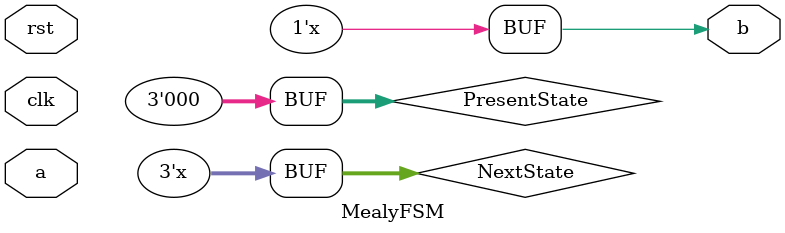
<source format=v>
/*This FSM is detects the pattern 11011*/

module MealyFSM(
	input a, 
	input rst,
	input clk,
	output reg b);

	parameter s0 = 3'b000, s1 = 3'b001, s2 = 3'b010, s3 = 3'b011, s4 = 3'b100;

	reg [2:0] PresentState;
	reg [2:0] NextState;

	always @ (posedge clk)
	begin
		if (rst)
			PresentState <= s0;
		else
			PresentState <= NextState;
	end

	always @ (PresentState,a)
	begin
		case(PresentState)
			s0: if(a) 
				begin
					NextState = s1;
					b = 1'b0;
				end
				else
				begin
					NextState = s0;
					b = 1'b0;
				end		
			s1: if(a) 
				begin
					NextState = s2;
					b = 1'b0;
				end
				else
				begin
					NextState = s0;
					b = 1'b0;
				end		
			s2: if(a) 
					begin
						NextState = s2;
						b = 1'b0;
					end
				else
				begin
					NextState = s3;
					b = 1'b0;
				end		
			s3: if(a) 
				begin
					NextState = s4;
					b = 1'b0;
				end
				else
				begin
					NextState = s0;
					b = 1'b0;
				end		
			s4: if(a) 
				begin
					NextState = s2;
					b = 1'b1;
				end
				else
				begin
					NextState = s0;
					b = 1'b0;
				end		
			default: PresentState = s0;
		endcase
	end
endmodule
</source>
